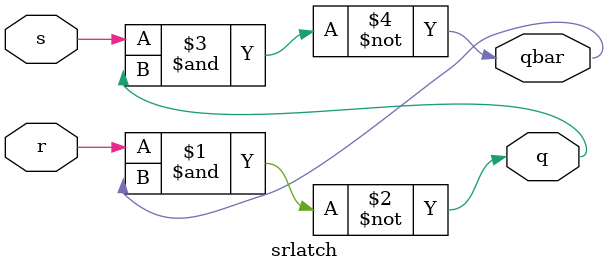
<source format=v>
module srlatch (s,r, q, qbar);

input s,r;
output q,qbar;

assign q = ~(r & qbar);
assign qbar = ~(s & q);

endmodule

</source>
